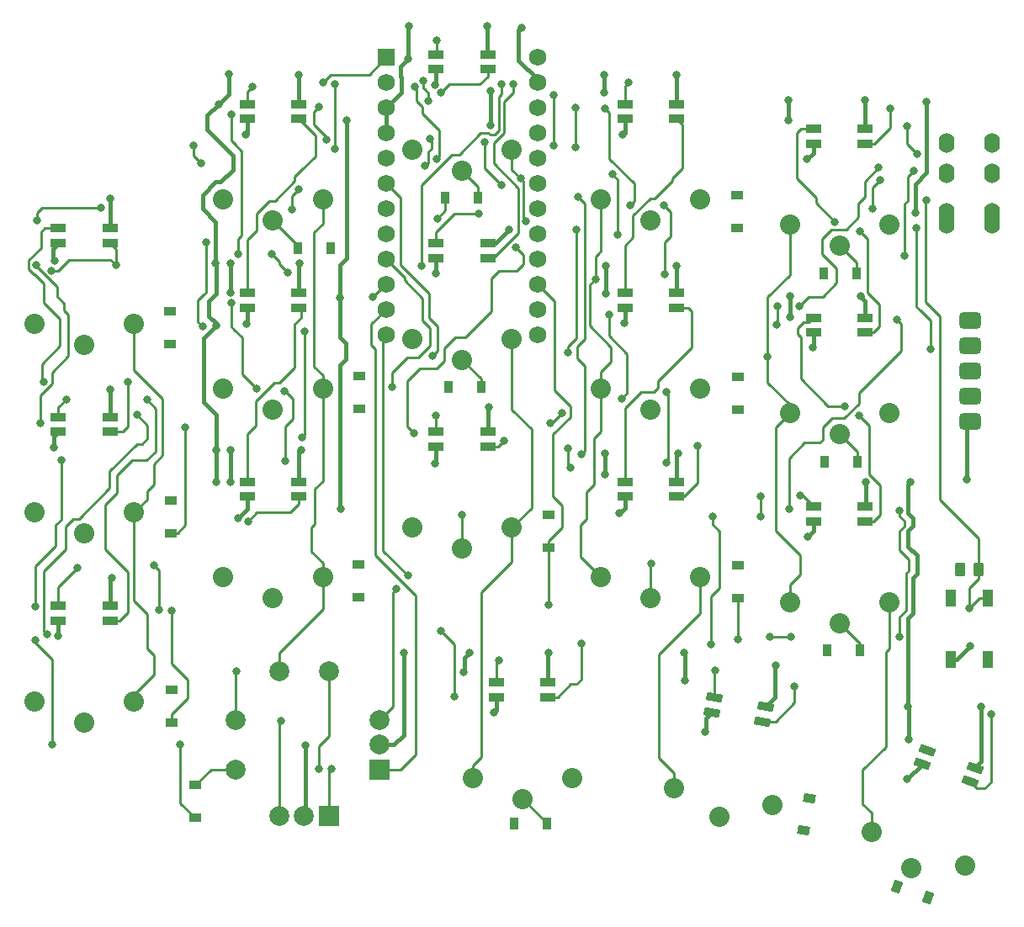
<source format=gbr>
%TF.GenerationSoftware,KiCad,Pcbnew,(6.0.5)*%
%TF.CreationDate,2022-11-22T22:37:01-08:00*%
%TF.ProjectId,bgkeeb,62676b65-6562-42e6-9b69-6361645f7063,rev?*%
%TF.SameCoordinates,Original*%
%TF.FileFunction,Copper,L1,Top*%
%TF.FilePolarity,Positive*%
%FSLAX46Y46*%
G04 Gerber Fmt 4.6, Leading zero omitted, Abs format (unit mm)*
G04 Created by KiCad (PCBNEW (6.0.5)) date 2022-11-22 22:37:01*
%MOMM*%
%LPD*%
G01*
G04 APERTURE LIST*
G04 Aperture macros list*
%AMRoundRect*
0 Rectangle with rounded corners*
0 $1 Rounding radius*
0 $2 $3 $4 $5 $6 $7 $8 $9 X,Y pos of 4 corners*
0 Add a 4 corners polygon primitive as box body*
4,1,4,$2,$3,$4,$5,$6,$7,$8,$9,$2,$3,0*
0 Add four circle primitives for the rounded corners*
1,1,$1+$1,$2,$3*
1,1,$1+$1,$4,$5*
1,1,$1+$1,$6,$7*
1,1,$1+$1,$8,$9*
0 Add four rect primitives between the rounded corners*
20,1,$1+$1,$2,$3,$4,$5,0*
20,1,$1+$1,$4,$5,$6,$7,0*
20,1,$1+$1,$6,$7,$8,$9,0*
20,1,$1+$1,$8,$9,$2,$3,0*%
%AMRotRect*
0 Rectangle, with rotation*
0 The origin of the aperture is its center*
0 $1 length*
0 $2 width*
0 $3 Rotation angle, in degrees counterclockwise*
0 Add horizontal line*
21,1,$1,$2,0,0,$3*%
G04 Aperture macros list end*
%TA.AperFunction,SMDPad,CuDef*%
%ADD10RoundRect,0.250000X-0.262500X-0.450000X0.262500X-0.450000X0.262500X0.450000X-0.262500X0.450000X0*%
%TD*%
%TA.AperFunction,ComponentPad*%
%ADD11C,2.032000*%
%TD*%
%TA.AperFunction,SMDPad,CuDef*%
%ADD12R,1.100000X1.800000*%
%TD*%
%TA.AperFunction,ComponentPad*%
%ADD13R,1.752600X1.752600*%
%TD*%
%TA.AperFunction,ComponentPad*%
%ADD14C,1.752600*%
%TD*%
%TA.AperFunction,ComponentPad*%
%ADD15R,2.000000X2.000000*%
%TD*%
%TA.AperFunction,ComponentPad*%
%ADD16C,2.000000*%
%TD*%
%TA.AperFunction,ComponentPad*%
%ADD17O,1.600000X2.000000*%
%TD*%
%TA.AperFunction,SMDPad,CuDef*%
%ADD18R,1.200000X0.900000*%
%TD*%
%TA.AperFunction,SMDPad,CuDef*%
%ADD19R,0.900000X1.200000*%
%TD*%
%TA.AperFunction,SMDPad,CuDef*%
%ADD20RotRect,0.900000X1.200000X80.000000*%
%TD*%
%TA.AperFunction,SMDPad,CuDef*%
%ADD21RotRect,0.900000X1.200000X340.000000*%
%TD*%
%TA.AperFunction,ComponentPad*%
%ADD22RoundRect,0.425000X0.675000X0.425000X-0.675000X0.425000X-0.675000X-0.425000X0.675000X-0.425000X0*%
%TD*%
%TA.AperFunction,ComponentPad*%
%ADD23RoundRect,0.425000X0.675000X-0.425000X0.675000X0.425000X-0.675000X0.425000X-0.675000X-0.425000X0*%
%TD*%
%TA.AperFunction,SMDPad,CuDef*%
%ADD24RoundRect,0.082000X0.718000X-0.328000X0.718000X0.328000X-0.718000X0.328000X-0.718000X-0.328000X0*%
%TD*%
%TA.AperFunction,SMDPad,CuDef*%
%ADD25RoundRect,0.082000X0.650135X-0.447696X0.764049X0.198338X-0.650135X0.447696X-0.764049X-0.198338X0*%
%TD*%
%TA.AperFunction,SMDPad,CuDef*%
%ADD26RoundRect,0.082000X0.562517X-0.553790X0.786882X0.062649X-0.562517X0.553790X-0.786882X-0.062649X0*%
%TD*%
%TA.AperFunction,ViaPad*%
%ADD27C,0.800000*%
%TD*%
%TA.AperFunction,Conductor*%
%ADD28C,0.381000*%
%TD*%
%TA.AperFunction,Conductor*%
%ADD29C,0.254000*%
%TD*%
G04 APERTURE END LIST*
D10*
%TO.P,R4,1*%
%TO.N,+5V*%
X149131093Y-86540404D03*
%TO.P,R4,2*%
%TO.N,RESET*%
X150956093Y-86540404D03*
%TD*%
D11*
%TO.P,SW2,1,1*%
%TO.N,Net-(D10-Pad2)*%
X79997588Y-51426488D03*
%TO.P,SW2,2,2*%
%TO.N,col1*%
X84997588Y-49326488D03*
X74997588Y-49326488D03*
%TD*%
%TO.P,SW3,1,1*%
%TO.N,Net-(D18-Pad2)*%
X98997587Y-46426488D03*
%TO.P,SW3,2,2*%
%TO.N,col2*%
X93997587Y-44326488D03*
X103997587Y-44326488D03*
%TD*%
%TO.P,SW4,1,1*%
%TO.N,Net-(D27-Pad2)*%
X117997586Y-51426488D03*
%TO.P,SW4,2,2*%
%TO.N,col3*%
X112997586Y-49326488D03*
X122997586Y-49326488D03*
%TD*%
%TO.P,SW5,1,1*%
%TO.N,Net-(D31-Pad2)*%
X136997585Y-53926489D03*
%TO.P,SW5,2,2*%
%TO.N,col4*%
X131997585Y-51826489D03*
X141997585Y-51826489D03*
%TD*%
%TO.P,SW11,1,1*%
%TO.N,Net-(D11-Pad2)*%
X60997589Y-82926486D03*
%TO.P,SW11,2,2*%
%TO.N,col0*%
X65997589Y-80826486D03*
X55997589Y-80826486D03*
%TD*%
%TO.P,SW12,1,1*%
%TO.N,Net-(D12-Pad2)*%
X79997588Y-70426487D03*
%TO.P,SW12,2,2*%
%TO.N,col1*%
X84997588Y-68326487D03*
X74997588Y-68326487D03*
%TD*%
%TO.P,SW13,1,1*%
%TO.N,Net-(D13-Pad2)*%
X98997587Y-65426487D03*
%TO.P,SW13,2,2*%
%TO.N,col2*%
X103997587Y-63326487D03*
X93997587Y-63326487D03*
%TD*%
%TO.P,SW14,1,1*%
%TO.N,Net-(D14-Pad2)*%
X117997586Y-70426487D03*
%TO.P,SW14,2,2*%
%TO.N,col3*%
X122997586Y-68326487D03*
X112997586Y-68326487D03*
%TD*%
%TO.P,SW15,1,1*%
%TO.N,Net-(D15-Pad2)*%
X136997585Y-72926488D03*
%TO.P,SW15,2,2*%
%TO.N,col4*%
X141997585Y-70826488D03*
X131997585Y-70826488D03*
%TD*%
%TO.P,SW21,1,1*%
%TO.N,Net-(D21-Pad2)*%
X60997588Y-101926485D03*
%TO.P,SW21,2,2*%
%TO.N,col0*%
X55997588Y-99826485D03*
X65997588Y-99826485D03*
%TD*%
%TO.P,SW22,1,1*%
%TO.N,Net-(D17-Pad2)*%
X79997587Y-89426486D03*
%TO.P,SW22,2,2*%
%TO.N,col1*%
X74997587Y-87326486D03*
X84997587Y-87326486D03*
%TD*%
%TO.P,SW23,1,1*%
%TO.N,Net-(D20-Pad2)*%
X98997586Y-84426487D03*
%TO.P,SW23,2,2*%
%TO.N,col2*%
X93997586Y-82326487D03*
X103997586Y-82326487D03*
%TD*%
%TO.P,SW24,1,1*%
%TO.N,Net-(D24-Pad2)*%
X117997586Y-89426487D03*
%TO.P,SW24,2,2*%
%TO.N,col3*%
X122997586Y-87326487D03*
X112997586Y-87326487D03*
%TD*%
%TO.P,SW25,1,1*%
%TO.N,Net-(D25-Pad2)*%
X136997585Y-91926487D03*
%TO.P,SW25,2,2*%
%TO.N,col4*%
X131997585Y-89826487D03*
X141997585Y-89826487D03*
%TD*%
%TO.P,SW34,1,1*%
%TO.N,Net-(D30-Pad2)*%
X124939150Y-111451122D03*
%TO.P,SW34,2,2*%
%TO.N,col3*%
X130227850Y-110251266D03*
X120379772Y-108514785D03*
%TD*%
%TO.P,SW35,1,1*%
%TO.N,Net-(D35-Pad2)*%
X144230196Y-116620142D03*
%TO.P,SW35,2,2*%
%TO.N,col4*%
X149646902Y-116356889D03*
X140249975Y-112936687D03*
%TD*%
D12*
%TO.P,SW41,1,1*%
%TO.N,GND*%
X148193593Y-95609404D03*
%TO.P,SW41,2,2*%
%TO.N,RESET*%
X151893593Y-89409404D03*
%TO.P,SW41,3*%
%TO.N,N/C*%
X151893593Y-95609404D03*
%TO.P,SW41,4*%
X148193593Y-89409404D03*
%TD*%
D11*
%TO.P,SW1,1,1*%
%TO.N,Net-(D1-Pad2)*%
X60997589Y-63926487D03*
%TO.P,SW1,2,2*%
%TO.N,col0*%
X65997589Y-61826487D03*
X55997589Y-61826487D03*
%TD*%
D13*
%TO.P,U1,1,TX0/PD3*%
%TO.N,led*%
X91369593Y-34978404D03*
D14*
%TO.P,U1,2,RX1/PD2*%
%TO.N,data*%
X91369593Y-37518404D03*
%TO.P,U1,3,GND*%
%TO.N,GND*%
X91369593Y-40058404D03*
%TO.P,U1,4,GND*%
X91369593Y-42598404D03*
%TO.P,U1,5,2/PD1*%
%TO.N,sda*%
X91369593Y-45138404D03*
%TO.P,U1,6,3/PD0*%
%TO.N,scl*%
X91369593Y-47678404D03*
%TO.P,U1,7,4/PD4*%
%TO.N,col1*%
X91369593Y-50218404D03*
%TO.P,U1,8,5/PC6*%
%TO.N,unconnected-(U1-Pad8)*%
X91369593Y-52758404D03*
%TO.P,U1,9,6/PD7*%
%TO.N,row1*%
X91369593Y-55298404D03*
%TO.P,U1,10,7/PE6*%
%TO.N,row3*%
X91369593Y-57838404D03*
%TO.P,U1,11,8/PB4*%
%TO.N,ENC1A*%
X91369593Y-60378404D03*
%TO.P,U1,12,9/PB5*%
%TO.N,ENC1B*%
X91369593Y-62918404D03*
%TO.P,U1,13,10/PB6*%
%TO.N,unconnected-(U1-Pad13)*%
X106609593Y-62918404D03*
%TO.P,U1,14,16/PB2*%
%TO.N,col4*%
X106609593Y-60378404D03*
%TO.P,U1,15,14/PB3*%
%TO.N,row2*%
X106609593Y-57838404D03*
%TO.P,U1,16,15/PB1*%
%TO.N,col3*%
X106609593Y-55298404D03*
%TO.P,U1,17,A0/PF7*%
%TO.N,unconnected-(U1-Pad17)*%
X106609593Y-52758404D03*
%TO.P,U1,18,A1/PF6*%
%TO.N,row0*%
X106609593Y-50218404D03*
%TO.P,U1,19,A2/PF5*%
%TO.N,col2*%
X106609593Y-47678404D03*
%TO.P,U1,20,A3/PF4*%
%TO.N,col0*%
X106609593Y-45138404D03*
%TO.P,U1,21,VCC*%
%TO.N,+5V*%
X106609593Y-42598404D03*
%TO.P,U1,22,RST*%
%TO.N,RESET*%
X106609593Y-40058404D03*
%TO.P,U1,23,GND*%
%TO.N,GND*%
X106609593Y-37518404D03*
%TO.P,U1,24,RAW*%
%TO.N,unconnected-(U1-Pad24)*%
X106609593Y-34978404D03*
%TD*%
D15*
%TO.P,SW42,A,A*%
%TO.N,ENC1A*%
X90741593Y-106693404D03*
D16*
%TO.P,SW42,B,B*%
%TO.N,ENC1B*%
X90741593Y-101693404D03*
%TO.P,SW42,C,C*%
%TO.N,GND*%
X90741593Y-104193404D03*
%TO.P,SW42,S1,S1*%
%TO.N,col1*%
X76241593Y-101693404D03*
%TO.P,SW42,S2,S2*%
%TO.N,Net-(D37-Pad2)*%
X76241593Y-106693404D03*
%TD*%
D11*
%TO.P,SW6,1,1*%
%TO.N,Net-(D26-Pad2)*%
X105078593Y-109614404D03*
%TO.P,SW6,2,2*%
%TO.N,col2*%
X110078593Y-107514404D03*
X100078593Y-107514404D03*
%TD*%
D17*
%TO.P,U3,1,SLEEVE*%
%TO.N,GND*%
X147743593Y-51739404D03*
%TO.P,U3,2,TIP*%
X152343593Y-50639404D03*
%TO.P,U3,3,RING1*%
%TO.N,data*%
X152343593Y-46639404D03*
%TO.P,U3,4,RING2*%
%TO.N,+5V*%
X152343593Y-43639404D03*
%TD*%
D18*
%TO.P,D7,1,K*%
%TO.N,row0*%
X69665293Y-63857204D03*
%TO.P,D7,2,A*%
%TO.N,Net-(D1-Pad2)*%
X69665293Y-60557204D03*
%TD*%
%TO.P,D8,1,K*%
%TO.N,row1*%
X69677993Y-82869104D03*
%TO.P,D8,2,A*%
%TO.N,Net-(D11-Pad2)*%
X69677993Y-79569104D03*
%TD*%
%TO.P,D9,1,K*%
%TO.N,row2*%
X69779593Y-101919104D03*
%TO.P,D9,2,A*%
%TO.N,Net-(D21-Pad2)*%
X69779593Y-98619104D03*
%TD*%
D19*
%TO.P,D10,1,K*%
%TO.N,row0*%
X85818693Y-54168104D03*
%TO.P,D10,2,A*%
%TO.N,Net-(D10-Pad2)*%
X82518693Y-54168104D03*
%TD*%
D18*
%TO.P,D16,1,K*%
%TO.N,row1*%
X88677193Y-70359604D03*
%TO.P,D16,2,A*%
%TO.N,Net-(D12-Pad2)*%
X88677193Y-67059604D03*
%TD*%
%TO.P,D17,1,K*%
%TO.N,row2*%
X88613693Y-89371504D03*
%TO.P,D17,2,A*%
%TO.N,Net-(D17-Pad2)*%
X88613693Y-86071504D03*
%TD*%
D19*
%TO.P,D18,1,K*%
%TO.N,row0*%
X97326893Y-49100804D03*
%TO.P,D18,2,A*%
%TO.N,Net-(D18-Pad2)*%
X100626893Y-49100804D03*
%TD*%
%TO.P,D19,1,K*%
%TO.N,row1*%
X97631693Y-68201604D03*
%TO.P,D19,2,A*%
%TO.N,Net-(D13-Pad2)*%
X100931693Y-68201604D03*
%TD*%
D18*
%TO.P,D20,1,K*%
%TO.N,row2*%
X107752593Y-84367704D03*
%TO.P,D20,2,A*%
%TO.N,Net-(D20-Pad2)*%
X107752593Y-81067704D03*
%TD*%
D19*
%TO.P,D26,1,K*%
%TO.N,row3*%
X104222993Y-112118204D03*
%TO.P,D26,2,A*%
%TO.N,Net-(D26-Pad2)*%
X107522993Y-112118204D03*
%TD*%
D18*
%TO.P,D27,1,K*%
%TO.N,row0*%
X126726393Y-52160504D03*
%TO.P,D27,2,A*%
%TO.N,Net-(D27-Pad2)*%
X126726393Y-48860504D03*
%TD*%
%TO.P,D28,1,K*%
%TO.N,row1*%
X126802593Y-70448504D03*
%TO.P,D28,2,A*%
%TO.N,Net-(D14-Pad2)*%
X126802593Y-67148504D03*
%TD*%
%TO.P,D29,1,K*%
%TO.N,row2*%
X126739093Y-89396904D03*
%TO.P,D29,2,A*%
%TO.N,Net-(D24-Pad2)*%
X126739093Y-86096904D03*
%TD*%
D20*
%TO.P,D30,1,K*%
%TO.N,row3*%
X133374074Y-112790637D03*
%TO.P,D30,2,A*%
%TO.N,Net-(D30-Pad2)*%
X133947112Y-109540771D03*
%TD*%
D19*
%TO.P,D31,1,K*%
%TO.N,row0*%
X135452293Y-56733504D03*
%TO.P,D31,2,A*%
%TO.N,Net-(D31-Pad2)*%
X138752293Y-56733504D03*
%TD*%
%TO.P,D32,1,K*%
%TO.N,row1*%
X135477693Y-75694604D03*
%TO.P,D32,2,A*%
%TO.N,Net-(D15-Pad2)*%
X138777693Y-75694604D03*
%TD*%
%TO.P,D33,1,K*%
%TO.N,row2*%
X135757093Y-94693804D03*
%TO.P,D33,2,A*%
%TO.N,Net-(D25-Pad2)*%
X139057093Y-94693804D03*
%TD*%
D21*
%TO.P,D36,1,K*%
%TO.N,row3*%
X142778100Y-118424571D03*
%TO.P,D36,2,A*%
%TO.N,Net-(D35-Pad2)*%
X145879086Y-119553237D03*
%TD*%
D18*
%TO.P,D37,1,K*%
%TO.N,row3*%
X72192593Y-111558404D03*
%TO.P,D37,2,A*%
%TO.N,Net-(D37-Pad2)*%
X72192593Y-108258404D03*
%TD*%
D22*
%TO.P,J1,1,Pin_1*%
%TO.N,+5V*%
X150189593Y-61521404D03*
D23*
%TO.P,J1,2,Pin_2*%
%TO.N,sda*%
X150189593Y-64061404D03*
%TO.P,J1,3,Pin_3*%
%TO.N,scl*%
X150189593Y-66601404D03*
%TO.P,J1,4,Pin_4*%
%TO.N,unconnected-(J1-Pad4)*%
X150189593Y-69141404D03*
%TO.P,J1,5,Pin_5*%
%TO.N,GND*%
X150189593Y-71681404D03*
%TD*%
D17*
%TO.P,U4,1,SLEEVE*%
%TO.N,GND*%
X152343593Y-51739404D03*
%TO.P,U4,2,TIP*%
X147743593Y-50639404D03*
%TO.P,U4,3,RING1*%
%TO.N,data*%
X147743593Y-46639404D03*
%TO.P,U4,4,RING2*%
%TO.N,+5V*%
X147743593Y-43639404D03*
%TD*%
D15*
%TO.P,SW7,A,A*%
%TO.N,ENC1A*%
X85614593Y-111312404D03*
D16*
%TO.P,SW7,B,B*%
%TO.N,ENC1B*%
X80614593Y-111312404D03*
%TO.P,SW7,C,C*%
%TO.N,GND*%
X83114593Y-111312404D03*
%TO.P,SW7,S1,S1*%
%TO.N,col1*%
X80614593Y-96812404D03*
%TO.P,SW7,S2,S2*%
%TO.N,Net-(D37-Pad2)*%
X85614593Y-96812404D03*
%TD*%
D24*
%TO.P,D38,1,VDD*%
%TO.N,+5V*%
X58397589Y-53696488D03*
%TO.P,D38,2,DOUT*%
%TO.N,Net-(D38-Pad2)*%
X58397589Y-52196488D03*
%TO.P,D38,3,VSS*%
%TO.N,GND*%
X63597589Y-52196488D03*
%TO.P,D38,4,DIN*%
%TO.N,led*%
X63597589Y-53696488D03*
%TD*%
%TO.P,D39,1,VDD*%
%TO.N,+5V*%
X115397586Y-79196488D03*
%TO.P,D39,2,DOUT*%
%TO.N,Net-(D39-Pad2)*%
X115397586Y-77696488D03*
%TO.P,D39,3,VSS*%
%TO.N,GND*%
X120597586Y-77696488D03*
%TO.P,D39,4,DIN*%
%TO.N,Net-(D39-Pad4)*%
X120597586Y-79196488D03*
%TD*%
%TO.P,D40,1,VDD*%
%TO.N,+5V*%
X58397589Y-72696487D03*
%TO.P,D40,2,DOUT*%
%TO.N,Net-(D40-Pad2)*%
X58397589Y-71196487D03*
%TO.P,D40,3,VSS*%
%TO.N,GND*%
X63597589Y-71196487D03*
%TO.P,D40,4,DIN*%
%TO.N,Net-(D38-Pad2)*%
X63597589Y-72696487D03*
%TD*%
%TO.P,D44,1,VDD*%
%TO.N,+5V*%
X115397586Y-60196488D03*
%TO.P,D44,2,DOUT*%
%TO.N,Net-(D44-Pad2)*%
X115397586Y-58696488D03*
%TO.P,D44,3,VSS*%
%TO.N,GND*%
X120597586Y-58696488D03*
%TO.P,D44,4,DIN*%
%TO.N,Net-(D39-Pad2)*%
X120597586Y-60196488D03*
%TD*%
%TO.P,D58,1,VDD*%
%TO.N,+5V*%
X58397588Y-91696486D03*
%TO.P,D58,2,DOUT*%
%TO.N,Net-(D58-Pad2)*%
X58397588Y-90196486D03*
%TO.P,D58,3,VSS*%
%TO.N,GND*%
X63597588Y-90196486D03*
%TO.P,D58,4,DIN*%
%TO.N,Net-(D40-Pad2)*%
X63597588Y-91696486D03*
%TD*%
%TO.P,D61,1,VDD*%
%TO.N,+5V*%
X115397586Y-41196489D03*
%TO.P,D61,2,DOUT*%
%TO.N,Net-(D61-Pad2)*%
X115397586Y-39696489D03*
%TO.P,D61,3,VSS*%
%TO.N,GND*%
X120597586Y-39696489D03*
%TO.P,D61,4,DIN*%
%TO.N,Net-(D44-Pad2)*%
X120597586Y-41196489D03*
%TD*%
%TO.P,D62,1,VDD*%
%TO.N,+5V*%
X134397585Y-43696490D03*
%TO.P,D62,2,DOUT*%
%TO.N,Net-(D62-Pad2)*%
X134397585Y-42196490D03*
%TO.P,D62,3,VSS*%
%TO.N,GND*%
X139597585Y-42196490D03*
%TO.P,D62,4,DIN*%
%TO.N,Net-(D61-Pad2)*%
X139597585Y-43696490D03*
%TD*%
%TO.P,D63,1,VDD*%
%TO.N,+5V*%
X77397587Y-79196487D03*
%TO.P,D63,2,DOUT*%
%TO.N,Net-(D63-Pad2)*%
X77397587Y-77696487D03*
%TO.P,D63,3,VSS*%
%TO.N,GND*%
X82597587Y-77696487D03*
%TO.P,D63,4,DIN*%
%TO.N,Net-(D58-Pad2)*%
X82597587Y-79196487D03*
%TD*%
%TO.P,D64,1,VDD*%
%TO.N,+5V*%
X134397585Y-62696489D03*
%TO.P,D64,2,DOUT*%
%TO.N,Net-(D64-Pad2)*%
X134397585Y-61196489D03*
%TO.P,D64,3,VSS*%
%TO.N,GND*%
X139597585Y-61196489D03*
%TO.P,D64,4,DIN*%
%TO.N,Net-(D62-Pad2)*%
X139597585Y-62696489D03*
%TD*%
%TO.P,D65,1,VDD*%
%TO.N,+5V*%
X77397588Y-60196488D03*
%TO.P,D65,2,DOUT*%
%TO.N,Net-(D65-Pad2)*%
X77397588Y-58696488D03*
%TO.P,D65,3,VSS*%
%TO.N,GND*%
X82597588Y-58696488D03*
%TO.P,D65,4,DIN*%
%TO.N,Net-(D63-Pad2)*%
X82597588Y-60196488D03*
%TD*%
%TO.P,D66,1,VDD*%
%TO.N,+5V*%
X134397585Y-81696488D03*
%TO.P,D66,2,DOUT*%
%TO.N,Net-(D66-Pad2)*%
X134397585Y-80196488D03*
%TO.P,D66,3,VSS*%
%TO.N,GND*%
X139597585Y-80196488D03*
%TO.P,D66,4,DIN*%
%TO.N,Net-(D64-Pad2)*%
X139597585Y-81696488D03*
%TD*%
%TO.P,D67,1,VDD*%
%TO.N,+5V*%
X77397588Y-41196489D03*
%TO.P,D67,2,DOUT*%
%TO.N,Net-(D67-Pad2)*%
X77397588Y-39696489D03*
%TO.P,D67,3,VSS*%
%TO.N,GND*%
X82597588Y-39696489D03*
%TO.P,D67,4,DIN*%
%TO.N,Net-(D65-Pad2)*%
X82597588Y-41196489D03*
%TD*%
%TO.P,D68,1,VDD*%
%TO.N,+5V*%
X102478593Y-99384405D03*
%TO.P,D68,2,DOUT*%
%TO.N,Net-(D68-Pad2)*%
X102478593Y-97884405D03*
%TO.P,D68,3,VSS*%
%TO.N,GND*%
X107678593Y-97884405D03*
%TO.P,D68,4,DIN*%
%TO.N,Net-(D66-Pad2)*%
X107678593Y-99384405D03*
%TD*%
%TO.P,D69,1,VDD*%
%TO.N,+5V*%
X96397587Y-36196489D03*
%TO.P,D69,2,DOUT*%
%TO.N,Net-(D69-Pad2)*%
X96397587Y-34696489D03*
%TO.P,D69,3,VSS*%
%TO.N,GND*%
X101597587Y-34696489D03*
%TO.P,D69,4,DIN*%
%TO.N,Net-(D67-Pad2)*%
X101597587Y-36196489D03*
%TD*%
%TO.P,D70,1,VDD*%
%TO.N,+5V*%
X96397587Y-55196488D03*
%TO.P,D70,2,DOUT*%
%TO.N,Net-(D70-Pad2)*%
X96397587Y-53696488D03*
%TO.P,D70,3,VSS*%
%TO.N,GND*%
X101597587Y-53696488D03*
%TO.P,D70,4,DIN*%
%TO.N,Net-(D69-Pad2)*%
X101597587Y-55196488D03*
%TD*%
D25*
%TO.P,D71,1,VDD*%
%TO.N,+5V*%
X124155070Y-100925054D03*
%TO.P,D71,2,DOUT*%
%TO.N,Net-(D71-Pad2)*%
X124415543Y-99447843D03*
%TO.P,D71,3,VSS*%
%TO.N,GND*%
X129536543Y-100350813D03*
%TO.P,D71,4,DIN*%
%TO.N,Net-(D68-Pad2)*%
X129276071Y-101828025D03*
%TD*%
D24*
%TO.P,D72,1,VDD*%
%TO.N,+5V*%
X96397586Y-74196488D03*
%TO.P,D72,2,DOUT*%
%TO.N,Net-(D39-Pad4)*%
X96397586Y-72696488D03*
%TO.P,D72,3,VSS*%
%TO.N,GND*%
X101597586Y-72696488D03*
%TO.P,D72,4,DIN*%
%TO.N,Net-(D70-Pad2)*%
X101597586Y-74196488D03*
%TD*%
D26*
%TO.P,D73,1,VDD*%
%TO.N,+5V*%
X145285861Y-106117836D03*
%TO.P,D73,2,DOUT*%
%TO.N,unconnected-(D73-Pad2)*%
X145798891Y-104708297D03*
%TO.P,D73,3,VSS*%
%TO.N,GND*%
X150685293Y-106486801D03*
%TO.P,D73,4,DIN*%
%TO.N,Net-(D71-Pad2)*%
X150172263Y-107896340D03*
%TD*%
D27*
%TO.N,GND*%
X144620693Y-50675604D03*
X113483393Y-58740104D03*
X63823293Y-87353204D03*
X74224593Y-55717504D03*
X113483393Y-56009604D03*
X139134293Y-59057604D03*
X143909493Y-100358004D03*
X121370093Y-94909704D03*
X144138093Y-77739304D03*
X131831793Y-39296404D03*
X75726293Y-77713904D03*
X120630393Y-56009604D03*
X74272293Y-62016704D03*
X74542093Y-39702804D03*
X150145193Y-94262004D03*
X107752593Y-94909704D03*
X130561793Y-96179704D03*
X83292393Y-104269604D03*
X93706393Y-31828804D03*
X74272293Y-74513504D03*
X99741993Y-94909704D03*
X139642293Y-77739304D03*
X113378693Y-74894504D03*
X82631993Y-55717504D03*
X82619293Y-36731004D03*
X93134893Y-94909704D03*
X63594693Y-68455604D03*
X113277093Y-36743704D03*
X120566893Y-36756404D03*
X139540693Y-39334504D03*
X149814993Y-77523404D03*
X113277093Y-38534404D03*
X145750993Y-39461504D03*
X113402593Y-76948404D03*
X82809793Y-74513504D03*
X120744693Y-74894504D03*
X75726293Y-55717504D03*
X63645476Y-49179894D03*
X132025393Y-59057604D03*
X131831793Y-41341104D03*
X151250093Y-100358004D03*
X103790193Y-52339304D03*
X101707393Y-70233604D03*
X75726293Y-58689304D03*
X75558093Y-36685956D03*
X105009393Y-31981204D03*
X75726293Y-74513504D03*
X93587593Y-35153404D03*
X121468593Y-97744404D03*
X132025393Y-61165804D03*
X99192593Y-96888404D03*
X143972993Y-103685404D03*
X101529593Y-31866904D03*
X74272293Y-77718704D03*
%TO.N,+5V*%
X57955893Y-74272204D03*
X115321793Y-61750004D03*
X101882593Y-38328404D03*
X149131093Y-86540404D03*
X134333693Y-64201104D03*
X123487893Y-102847204D03*
X96322593Y-75859704D03*
X86852087Y-80466110D03*
X86740443Y-59203654D03*
X77259893Y-42788904D03*
X87407193Y-41366504D03*
X96360693Y-56733504D03*
X102202693Y-100929504D03*
X58006693Y-55476204D03*
X133774893Y-83251104D03*
X96322593Y-37772404D03*
X58400393Y-93246004D03*
X133736793Y-45252704D03*
X101912593Y-41818404D03*
X77297993Y-61813504D03*
X115220193Y-42738104D03*
X143833293Y-107635104D03*
X114851893Y-80876204D03*
X76447093Y-81371504D03*
%TO.N,Net-(D1-Pad2)*%
X69665293Y-60557204D03*
%TO.N,row0*%
X97326893Y-49100804D03*
X72912593Y-62068404D03*
X135452293Y-56733504D03*
X85818693Y-54168104D03*
X96522593Y-51198404D03*
X73232593Y-53638404D03*
X126726393Y-52160504D03*
X69665293Y-63870904D03*
%TO.N,Net-(D10-Pad2)*%
X82518693Y-54168104D03*
%TO.N,Net-(D11-Pad2)*%
X69677993Y-79569104D03*
%TO.N,row1*%
X135477693Y-75694604D03*
X71151193Y-72252904D03*
X88677193Y-70359604D03*
X69698193Y-82882804D03*
X126802593Y-70448504D03*
X91988793Y-68201604D03*
X97631693Y-68201604D03*
%TO.N,Net-(D12-Pad2)*%
X88677193Y-67059604D03*
%TO.N,Net-(D13-Pad2)*%
X100931693Y-68201604D03*
%TO.N,Net-(D14-Pad2)*%
X126802593Y-67148504D03*
%TO.N,Net-(D15-Pad2)*%
X138777693Y-75694604D03*
%TO.N,Net-(D17-Pad2)*%
X88613693Y-86071504D03*
%TO.N,Net-(D18-Pad2)*%
X100626893Y-49100804D03*
%TO.N,Net-(D20-Pad2)*%
X99032593Y-80998404D03*
X107752593Y-81067704D03*
%TO.N,Net-(D21-Pad2)*%
X69779593Y-98619104D03*
%TO.N,row2*%
X135757093Y-94693804D03*
X107752593Y-84367704D03*
X69772593Y-90708404D03*
X69779593Y-101919104D03*
X126739093Y-89396904D03*
X88613693Y-89371504D03*
X126762593Y-93538404D03*
X107692593Y-90118404D03*
%TO.N,Net-(D24-Pad2)*%
X126739093Y-86096904D03*
X118042593Y-85968404D03*
%TO.N,Net-(D25-Pad2)*%
X139057093Y-94693804D03*
%TO.N,Net-(D26-Pad2)*%
X107522993Y-112118204D03*
%TO.N,Net-(D27-Pad2)*%
X126726393Y-48860504D03*
%TO.N,Net-(D30-Pad2)*%
X133947112Y-109540771D03*
%TO.N,Net-(D31-Pad2)*%
X138752293Y-56733504D03*
%TO.N,row3*%
X104222993Y-112118204D03*
X90072593Y-59078404D03*
X82912593Y-73228404D03*
X58702593Y-75548404D03*
X57742593Y-104138404D03*
X72192593Y-111558404D03*
X133381193Y-112791304D03*
X142778100Y-118424571D03*
X56102593Y-93628404D03*
X70672593Y-104118404D03*
X56102593Y-90258404D03*
X83172593Y-62568404D03*
%TO.N,Net-(D35-Pad2)*%
X145879086Y-119553237D03*
%TO.N,Net-(D37-Pad2)*%
X72192593Y-108258404D03*
X84638593Y-106606404D03*
%TO.N,Net-(D38-Pad2)*%
X65410793Y-67665104D03*
X56914493Y-67655504D03*
%TO.N,Net-(D40-Pad2)*%
X59175093Y-69408104D03*
X67303093Y-69471604D03*
%TO.N,led*%
X85044993Y-37521504D03*
X57662593Y-56498404D03*
X71976693Y-43906504D03*
X72725993Y-45633704D03*
X64178893Y-55908004D03*
%TO.N,Net-(D41-Pad2)*%
X56241393Y-51399504D03*
X62680293Y-50154904D03*
X56152593Y-55888404D03*
X56622593Y-71828404D03*
%TO.N,Net-(D42-Pad2)*%
X66299793Y-70970204D03*
X57244693Y-93080904D03*
%TO.N,Net-(D45-Pad2)*%
X75782593Y-59738404D03*
X78352593Y-68368404D03*
X81252593Y-75608404D03*
X81142593Y-68588404D03*
%TO.N,Net-(D46-Pad2)*%
X75792593Y-40718404D03*
X79882593Y-54788404D03*
X76452593Y-54758404D03*
X81450893Y-56619204D03*
%TO.N,Net-(D47-Pad2)*%
X84638593Y-39956804D03*
X85375193Y-43296904D03*
X95152593Y-37328404D03*
X95636793Y-39410704D03*
%TO.N,Net-(D48-Pad2)*%
X102952895Y-37717149D03*
X94950993Y-55943004D03*
%TO.N,Net-(D49-Pad2)*%
X94142593Y-72788404D03*
X104392593Y-54128404D03*
%TO.N,Net-(D50-Pad2)*%
X109924293Y-76291504D03*
X109657593Y-74348404D03*
%TO.N,Net-(D51-Pad2)*%
X119601693Y-75796204D03*
X119562593Y-68668404D03*
X113792593Y-60908404D03*
X115092593Y-69328404D03*
%TO.N,Net-(D52-Pad2)*%
X113392593Y-40158404D03*
X119352593Y-49898404D03*
X115972593Y-49888404D03*
X119436593Y-56800104D03*
%TO.N,Net-(D54-Pad2)*%
X143802593Y-41948404D03*
X130712593Y-61918404D03*
X132972593Y-60018404D03*
X140932593Y-46088404D03*
X130782593Y-60018404D03*
X144782593Y-44718404D03*
%TO.N,Net-(D55-Pad2)*%
X142792593Y-61358404D03*
X131920693Y-80446504D03*
%TO.N,Net-(D56-Pad2)*%
X129990293Y-93334904D03*
X96881393Y-92725304D03*
X132129960Y-93278037D03*
X143071293Y-80584104D03*
X143045893Y-93284104D03*
X98278393Y-99367404D03*
%TO.N,Net-(D58-Pad2)*%
X67988893Y-86108604D03*
X77501193Y-81676304D03*
X60330793Y-86413404D03*
X68509593Y-90604404D03*
%TO.N,Net-(D61-Pad2)*%
X142080693Y-40134604D03*
X115766293Y-37534204D03*
%TO.N,Net-(D62-Pad2)*%
X139082593Y-52538404D03*
X136531076Y-51552187D03*
%TO.N,Net-(D64-Pad2)*%
X138982593Y-71048404D03*
X137542593Y-70088404D03*
%TO.N,Net-(D66-Pad2)*%
X129063193Y-81231804D03*
X124224493Y-81231804D03*
X124033993Y-94084204D03*
X129052593Y-79158404D03*
X133082593Y-79068404D03*
X111041893Y-94033404D03*
%TO.N,Net-(D67-Pad2)*%
X86213393Y-44185904D03*
X86213393Y-37683504D03*
X77932993Y-37930466D03*
X96933102Y-38564415D03*
%TO.N,Net-(D68-Pad2)*%
X132492193Y-98313304D03*
X102748793Y-95700204D03*
%TO.N,Net-(D69-Pad2)*%
X104142593Y-37688404D03*
X96482593Y-33318404D03*
%TO.N,Net-(D70-Pad2)*%
X100665993Y-50713704D03*
X103232593Y-73608404D03*
X111054425Y-74958172D03*
X110679292Y-49015103D03*
%TO.N,Net-(D71-Pad2)*%
X124525592Y-96729506D03*
X152266093Y-101120004D03*
%TO.N,RESET*%
X150068993Y-90439304D03*
X110412593Y-40078404D03*
X145702593Y-49408404D03*
X150956093Y-86540404D03*
X110470393Y-44058904D03*
%TO.N,col0*%
X102962593Y-47838404D03*
X81912593Y-50278404D03*
X101322593Y-43498404D03*
X82592593Y-48308404D03*
%TO.N,col1*%
X76352593Y-96798404D03*
%TO.N,col2*%
X109662593Y-64688404D03*
X105462593Y-51478404D03*
X104912593Y-47198404D03*
X110522593Y-52378404D03*
%TO.N,col3*%
X112442593Y-57298404D03*
%TO.N,col4*%
X129782593Y-65148404D03*
%TO.N,sda*%
X95792593Y-43228404D03*
X108272593Y-38798404D03*
X108272593Y-43828404D03*
X144752593Y-52138404D03*
X95312593Y-45928404D03*
X146162593Y-64348404D03*
X140362593Y-50208404D03*
X141092593Y-47378404D03*
%TO.N,scl*%
X96042593Y-65028404D03*
%TO.N,ENC1B*%
X80828593Y-101780404D03*
X93579393Y-87162704D03*
X92410993Y-88496204D03*
%TO.N,ENC1A*%
X85908593Y-106606404D03*
%TO.N,data*%
X94302593Y-37948404D03*
X96462593Y-45188404D03*
X143515793Y-54993604D03*
X114692593Y-52868404D03*
X114132593Y-46768404D03*
X144493693Y-46433804D03*
%TO.N,Net-(D39-Pad4)*%
X122738593Y-74104004D03*
X109105311Y-70773186D03*
X96424193Y-71024104D03*
X107930393Y-71846504D03*
%TD*%
D28*
%TO.N,GND*%
X148773593Y-95633604D02*
X148749393Y-95609404D01*
X151288193Y-100396104D02*
X151250093Y-100358004D01*
X143909493Y-100358004D02*
X143909493Y-91421504D01*
X99222593Y-96858404D02*
X99222593Y-95429104D01*
X139642293Y-80151780D02*
X139597585Y-80196488D01*
X113483393Y-58740104D02*
X113483393Y-56009604D01*
X143972993Y-103685404D02*
X143972993Y-100421504D01*
X90741593Y-104193404D02*
X92169693Y-104193404D01*
X144802593Y-85134604D02*
X143909493Y-84241504D01*
X144387593Y-90943404D02*
X144387593Y-87393404D01*
X75942593Y-44858404D02*
X73382593Y-42298404D01*
X63597589Y-71196487D02*
X63597589Y-68458500D01*
X121468593Y-97744404D02*
X121468593Y-95008204D01*
X145750993Y-46370304D02*
X145750993Y-46611604D01*
X101597587Y-53696488D02*
X102433009Y-53696488D01*
X149814993Y-77523404D02*
X149814993Y-72056004D01*
X74224593Y-55717504D02*
X74224593Y-51560404D01*
X120566893Y-36756404D02*
X120566893Y-39665796D01*
X120597586Y-58696488D02*
X120597586Y-56042411D01*
X82597587Y-77696487D02*
X82597587Y-74725710D01*
X107678593Y-97884405D02*
X107678593Y-94983704D01*
X72992593Y-69668404D02*
X72992593Y-63296404D01*
X144620693Y-47741904D02*
X144620693Y-50675604D01*
X63597588Y-87578909D02*
X63823293Y-87353204D01*
X120597586Y-75041611D02*
X120744693Y-74894504D01*
X74272293Y-77718704D02*
X74272293Y-74513504D01*
X92802593Y-36918404D02*
X92802593Y-35938404D01*
X113402593Y-74918404D02*
X113378693Y-74894504D01*
X143972993Y-100421504D02*
X143909493Y-100358004D01*
X143909493Y-80885304D02*
X143909493Y-77967904D01*
X75726293Y-58689304D02*
X75726293Y-55717504D01*
X101529593Y-34628495D02*
X101597587Y-34696489D01*
X113402593Y-76948404D02*
X113402593Y-74918404D01*
X144422593Y-82168404D02*
X144422593Y-81398404D01*
X74272293Y-70948104D02*
X72992593Y-69668404D01*
X91369593Y-40058404D02*
X92932593Y-38495404D01*
X120597586Y-77696488D02*
X120597586Y-75041611D01*
X113277093Y-36743704D02*
X113277093Y-38534404D01*
X106609593Y-37175404D02*
X104722593Y-35288404D01*
X139134293Y-59057604D02*
X139597585Y-59520896D01*
X107678593Y-94983704D02*
X107752593Y-94909704D01*
X145750993Y-39461504D02*
X145750993Y-46370304D01*
X82619293Y-36731004D02*
X82619293Y-39674784D01*
X139540693Y-42139598D02*
X139597585Y-42196490D01*
X130498293Y-96243204D02*
X130561793Y-96179704D01*
X83241593Y-111693404D02*
X83241593Y-104320404D01*
X120566893Y-39665796D02*
X120597586Y-39696489D01*
X93587593Y-31947604D02*
X93706393Y-31828804D01*
X73552593Y-59508404D02*
X74272293Y-58788704D01*
X129536543Y-100350813D02*
X130498293Y-99389063D01*
X144387593Y-87393404D02*
X144802593Y-86978404D01*
X63597588Y-90196486D02*
X63597588Y-87578909D01*
X106609593Y-37518404D02*
X106609593Y-37175404D01*
X93134893Y-103228204D02*
X93134893Y-94909704D01*
X131831793Y-39296404D02*
X131831793Y-41341104D01*
X149814993Y-72056004D02*
X150189593Y-71681404D01*
X101597586Y-72696488D02*
X101597586Y-70343411D01*
X63597589Y-52196488D02*
X63597589Y-49227781D01*
X74272293Y-61738104D02*
X73552593Y-61018404D01*
X63597589Y-68458500D02*
X63594693Y-68455604D01*
X75558093Y-38686804D02*
X74542093Y-39702804D01*
X82597588Y-55751909D02*
X82631993Y-55717504D01*
X72992593Y-63296404D02*
X74272293Y-62016704D01*
X143909493Y-77967904D02*
X144138093Y-77739304D01*
X150685293Y-106486801D02*
X151288193Y-105883901D01*
X74272293Y-74513504D02*
X74272293Y-70948104D01*
X82597587Y-74725710D02*
X82809793Y-74513504D01*
X120597586Y-56042411D02*
X120630393Y-56009604D01*
X143909493Y-84241504D02*
X143909493Y-82681504D01*
X72902593Y-50238404D02*
X72902593Y-48852404D01*
X74224593Y-47530404D02*
X74720593Y-47530404D01*
X92802593Y-35938404D02*
X93587593Y-35153404D01*
X121468593Y-95008204D02*
X121370093Y-94909704D01*
X130498293Y-99389063D02*
X130498293Y-96243204D01*
X144422593Y-81398404D02*
X143909493Y-80885304D01*
X73552593Y-61018404D02*
X73552593Y-59508404D01*
X104722593Y-32268004D02*
X105009393Y-31981204D01*
X63597589Y-49227781D02*
X63645476Y-49179894D01*
X73382593Y-40862304D02*
X74542093Y-39702804D01*
X73382593Y-42298404D02*
X73382593Y-40862304D01*
X145750993Y-46611604D02*
X144620693Y-47741904D01*
X99222593Y-95429104D02*
X99741993Y-94909704D01*
X99192593Y-96888404D02*
X99222593Y-96858404D01*
X74224593Y-51560404D02*
X72902593Y-50238404D01*
X82619293Y-39674784D02*
X82597588Y-39696489D01*
X148749393Y-95609404D02*
X148193593Y-95609404D01*
X82597588Y-58696488D02*
X82597588Y-55751909D01*
X74272293Y-58788704D02*
X74272293Y-55765204D01*
X104722593Y-35288404D02*
X104722593Y-32268004D01*
X144802593Y-86978404D02*
X144802593Y-85134604D01*
X74272293Y-55765204D02*
X74224593Y-55717504D01*
X139642293Y-77739304D02*
X139642293Y-80151780D01*
X132025393Y-61165804D02*
X132025393Y-59057604D01*
X92932593Y-37048404D02*
X92802593Y-36918404D01*
X101597586Y-70343411D02*
X101707393Y-70233604D01*
X91369593Y-40058404D02*
X91369593Y-42598404D01*
X101529593Y-31866904D02*
X101529593Y-34628495D01*
X93587593Y-35153404D02*
X93587593Y-31947604D01*
X143909493Y-82681504D02*
X144422593Y-82168404D01*
X72902593Y-48852404D02*
X74224593Y-47530404D01*
X75942593Y-46308404D02*
X75942593Y-44858404D01*
X92169693Y-104193404D02*
X93134893Y-103228204D01*
X139540693Y-39334504D02*
X139540693Y-42139598D01*
X74720593Y-47530404D02*
X75942593Y-46308404D01*
X150145193Y-94262004D02*
X148773593Y-95633604D01*
X139597585Y-59520896D02*
X139597585Y-61196489D01*
X83241593Y-104320404D02*
X83292393Y-104269604D01*
X75558093Y-36685956D02*
X75558093Y-38686804D01*
X102433009Y-53696488D02*
X103790193Y-52339304D01*
X74272293Y-62016704D02*
X74272293Y-61738104D01*
X143909493Y-91421504D02*
X144387593Y-90943404D01*
X92932593Y-38495404D02*
X92932593Y-37048404D01*
X75726293Y-77713904D02*
X75726293Y-74513504D01*
X151288193Y-105883901D02*
X151288193Y-100396104D01*
%TO.N,+5V*%
X115397586Y-79196488D02*
X115397586Y-80330511D01*
X58397589Y-72696487D02*
X57930493Y-73163583D01*
X86740443Y-65970554D02*
X87342593Y-65368404D01*
X134397585Y-81696488D02*
X134397585Y-82628412D01*
X57930493Y-73163583D02*
X57930493Y-74246804D01*
X145285861Y-106182536D02*
X143833293Y-107635104D01*
X77397587Y-79196487D02*
X77397587Y-80421010D01*
X134397585Y-64137212D02*
X134333693Y-64201104D01*
X115397586Y-60196488D02*
X115397586Y-61674211D01*
X134397585Y-44591912D02*
X133736793Y-45252704D01*
X145285861Y-106117836D02*
X145285861Y-106182536D01*
X96397586Y-74196488D02*
X96397586Y-75784711D01*
X123564093Y-102771004D02*
X123487893Y-102847204D01*
X58397588Y-93243199D02*
X58400393Y-93246004D01*
X86740443Y-59203654D02*
X86740443Y-55914354D01*
X87342593Y-65368404D02*
X87342593Y-63738404D01*
X96397587Y-56696610D02*
X96360693Y-56733504D01*
X87342593Y-63738404D02*
X86740443Y-63136254D01*
X101912593Y-38358404D02*
X101882593Y-38328404D01*
X58397589Y-53696488D02*
X57841593Y-54252484D01*
X115397586Y-42560711D02*
X115220193Y-42738104D01*
X134397585Y-82628412D02*
X133774893Y-83251104D01*
X96397587Y-37697410D02*
X96322593Y-37772404D01*
X115397586Y-41196489D02*
X115397586Y-42560711D01*
X86740443Y-80354466D02*
X86740443Y-65970554D01*
X115397586Y-80330511D02*
X114851893Y-80876204D01*
X86852087Y-80466110D02*
X86740443Y-80354466D01*
X77397588Y-61713909D02*
X77297993Y-61813504D01*
X134397585Y-43696490D02*
X134397585Y-44591912D01*
X124155070Y-100925054D02*
X123564093Y-101516031D01*
X134397585Y-62696489D02*
X134397585Y-64137212D01*
X102478593Y-99384405D02*
X102478593Y-100653604D01*
X96397587Y-55196488D02*
X96397587Y-56696610D01*
X102478593Y-100653604D02*
X102202693Y-100929504D01*
X58397588Y-91696486D02*
X58397588Y-93243199D01*
X87407193Y-55247604D02*
X87407193Y-41366504D01*
X123564093Y-101516031D02*
X123564093Y-102771004D01*
X96397587Y-36196489D02*
X96397587Y-37697410D01*
X77397588Y-41196489D02*
X77397588Y-42651209D01*
X86740443Y-55914354D02*
X87407193Y-55247604D01*
X57930493Y-74246804D02*
X57955893Y-74272204D01*
X57841593Y-55311104D02*
X58006693Y-55476204D01*
X77397587Y-80421010D02*
X76447093Y-81371504D01*
X96397586Y-75784711D02*
X96322593Y-75859704D01*
X101912593Y-41818404D02*
X101912593Y-38358404D01*
X77397588Y-42651209D02*
X77259893Y-42788904D01*
X77397588Y-60196488D02*
X77397588Y-61713909D01*
X57841593Y-54252484D02*
X57841593Y-55311104D01*
X86740443Y-63136254D02*
X86740443Y-59203654D01*
X115397586Y-61674211D02*
X115321793Y-61750004D01*
D29*
%TO.N,row0*%
X72462593Y-61618404D02*
X72912593Y-62068404D01*
X96522593Y-51198404D02*
X97332593Y-50388404D01*
X73232593Y-53638404D02*
X73232593Y-58648404D01*
X97332593Y-49106504D02*
X97326893Y-49100804D01*
X97332593Y-50388404D02*
X97332593Y-49106504D01*
X73232593Y-58648404D02*
X73042593Y-58838404D01*
X72462593Y-59418404D02*
X72462593Y-61618404D01*
X73042593Y-58838404D02*
X72462593Y-59418404D01*
%TO.N,Net-(D10-Pad2)*%
X82518693Y-53947593D02*
X82518693Y-54168104D01*
X79997588Y-51426488D02*
X82518693Y-53947593D01*
%TO.N,row1*%
X69677993Y-82882804D02*
X69698193Y-82882804D01*
X91988793Y-66744204D02*
X93514593Y-65218404D01*
X94612593Y-65218404D02*
X95812593Y-64018404D01*
X95812593Y-62258404D02*
X95052593Y-61498404D01*
X91988793Y-68201604D02*
X91988793Y-66744204D01*
X91369593Y-55298404D02*
X93236493Y-57165304D01*
X93514593Y-65218404D02*
X94612593Y-65218404D01*
X69698193Y-82882804D02*
X70351093Y-82882804D01*
X95052593Y-59240604D02*
X93236493Y-57424504D01*
X70351093Y-82882804D02*
X71151193Y-82082704D01*
X95812593Y-64018404D02*
X95812593Y-62258404D01*
X71151193Y-82082704D02*
X71151193Y-72252904D01*
X95052593Y-61498404D02*
X95052593Y-59240604D01*
X93236493Y-57165304D02*
X93236493Y-57424504D01*
%TO.N,Net-(D13-Pad2)*%
X100931693Y-67360593D02*
X100931693Y-68201604D01*
X98997587Y-65426487D02*
X100931693Y-67360593D01*
%TO.N,Net-(D15-Pad2)*%
X138777693Y-74706596D02*
X138777693Y-75694604D01*
X136997585Y-72926488D02*
X138777693Y-74706596D01*
%TO.N,Net-(D18-Pad2)*%
X100626893Y-48055794D02*
X100626893Y-49100804D01*
X98997587Y-46426488D02*
X100626893Y-48055794D01*
%TO.N,Net-(D20-Pad2)*%
X98997586Y-81033411D02*
X99032593Y-80998404D01*
X98997586Y-84426487D02*
X98997586Y-81033411D01*
%TO.N,row2*%
X69779593Y-101111404D02*
X69779593Y-101919104D01*
X107752593Y-84367704D02*
X107752593Y-90058404D01*
X107752593Y-83688404D02*
X107752593Y-84367704D01*
X107752593Y-90058404D02*
X107692593Y-90118404D01*
X109122593Y-80108404D02*
X109122593Y-82318404D01*
X108312593Y-68508404D02*
X109932593Y-70128404D01*
X108172593Y-79158404D02*
X109122593Y-80108404D01*
X108172593Y-72948404D02*
X108172593Y-79158404D01*
X108312593Y-59541404D02*
X108312593Y-68508404D01*
X69772593Y-90708404D02*
X69772593Y-95988404D01*
X69772593Y-95988404D02*
X71402593Y-97618404D01*
X106609593Y-57838404D02*
X108312593Y-59541404D01*
X126739093Y-93514904D02*
X126739093Y-89396904D01*
X71402593Y-99488404D02*
X69779593Y-101111404D01*
X109932593Y-70128404D02*
X109932593Y-71188404D01*
X71402593Y-97618404D02*
X71402593Y-99488404D01*
X109932593Y-71188404D02*
X108172593Y-72948404D01*
X126762593Y-93538404D02*
X126739093Y-93514904D01*
X109122593Y-82318404D02*
X107752593Y-83688404D01*
%TO.N,Net-(D24-Pad2)*%
X117997586Y-89426487D02*
X117997586Y-86013411D01*
X117997586Y-86013411D02*
X118042593Y-85968404D01*
%TO.N,Net-(D25-Pad2)*%
X139057093Y-93985995D02*
X136997585Y-91926487D01*
X139057093Y-94693804D02*
X139057093Y-93985995D01*
%TO.N,Net-(D26-Pad2)*%
X105078593Y-109614404D02*
X107522993Y-112058804D01*
X107522993Y-112058804D02*
X107522993Y-112118204D01*
%TO.N,Net-(D31-Pad2)*%
X138752293Y-55681197D02*
X138752293Y-56733504D01*
X136997585Y-53926489D02*
X138752293Y-55681197D01*
%TO.N,row3*%
X58702593Y-75548404D02*
X58702593Y-81508404D01*
X58142593Y-82068404D02*
X58142593Y-83168404D01*
X83172593Y-62568404D02*
X83172593Y-72968404D01*
X58142593Y-83168404D02*
X58142593Y-84158404D01*
X58222593Y-81988404D02*
X58142593Y-82068404D01*
X56102593Y-93938404D02*
X57082593Y-94918404D01*
X91369593Y-57838404D02*
X91312593Y-57838404D01*
X58702593Y-81508404D02*
X58222593Y-81988404D01*
X70672593Y-110038404D02*
X72192593Y-111558404D01*
X70672593Y-104118404D02*
X70672593Y-110038404D01*
X56692593Y-85608404D02*
X56102593Y-86198404D01*
X57082593Y-94918404D02*
X57742593Y-95578404D01*
X56102593Y-93628404D02*
X56102593Y-93938404D01*
X83172593Y-72968404D02*
X82912593Y-73228404D01*
X58142593Y-84158404D02*
X56692593Y-85608404D01*
X91312593Y-57838404D02*
X90072593Y-59078404D01*
X57742593Y-95578404D02*
X57742593Y-104138404D01*
X56102593Y-86198404D02*
X56102593Y-90258404D01*
%TO.N,Net-(D37-Pad2)*%
X73757593Y-106693404D02*
X72192593Y-108258404D01*
X85614593Y-103344404D02*
X85614593Y-96812404D01*
X84638593Y-104320404D02*
X85614593Y-103344404D01*
X84638593Y-106606404D02*
X84638593Y-104320404D01*
X76241593Y-106693404D02*
X73757593Y-106693404D01*
%TO.N,Net-(D38-Pad2)*%
X58572593Y-61298404D02*
X56952593Y-59678404D01*
X55416270Y-56282263D02*
X55416270Y-55421426D01*
X58572593Y-64019618D02*
X58572593Y-61298404D01*
X64903710Y-72696487D02*
X63597589Y-72696487D01*
X56736693Y-65855518D02*
X58572593Y-64019618D01*
X56952593Y-57744976D02*
X56006203Y-56798586D01*
X56952593Y-59678404D02*
X56952593Y-57744976D01*
X56736693Y-67477704D02*
X56736693Y-65855518D01*
X55416270Y-55421426D02*
X56652593Y-54185103D01*
X56914493Y-67655504D02*
X56736693Y-67477704D01*
X57030677Y-52196488D02*
X58397589Y-52196488D01*
X56006203Y-56798586D02*
X55932593Y-56798586D01*
X56652593Y-54185103D02*
X56652593Y-52574572D01*
X55932593Y-56798586D02*
X55416270Y-56282263D01*
X56652593Y-52574572D02*
X57030677Y-52196488D01*
X65410793Y-67665104D02*
X65410793Y-72189404D01*
X65410793Y-72189404D02*
X64903710Y-72696487D01*
%TO.N,Net-(D39-Pad2)*%
X115397586Y-77696488D02*
X115397586Y-70293411D01*
X118712693Y-67617404D02*
X122116293Y-64213804D01*
X122116293Y-60568904D02*
X121743877Y-60196488D01*
X115397586Y-70293411D02*
X117032193Y-68658804D01*
X118318993Y-68658804D02*
X118712693Y-68265104D01*
X121743877Y-60196488D02*
X120597586Y-60196488D01*
X118712693Y-68265104D02*
X118712693Y-67617404D01*
X122116293Y-64213804D02*
X122116293Y-60568904D01*
X117032193Y-68658804D02*
X118318993Y-68658804D01*
%TO.N,Net-(D40-Pad2)*%
X63102593Y-80038404D02*
X63102593Y-84548404D01*
X64302593Y-78838404D02*
X63102593Y-80038404D01*
X65822593Y-75568404D02*
X64302593Y-77088404D01*
X64534611Y-91696486D02*
X63597588Y-91696486D01*
X58397589Y-71196487D02*
X58397589Y-70185608D01*
X65385393Y-86831204D02*
X65385393Y-90845704D01*
X64302593Y-77088404D02*
X64302593Y-78838404D01*
X58397589Y-70185608D02*
X59175093Y-69408104D01*
X68162593Y-70331104D02*
X68162593Y-74657304D01*
X68162593Y-74657304D02*
X67251493Y-75568404D01*
X63102593Y-84548404D02*
X65385393Y-86831204D01*
X67303093Y-69471604D02*
X68162593Y-70331104D01*
X67251493Y-75568404D02*
X65822593Y-75568404D01*
X65385393Y-90845704D02*
X64534611Y-91696486D01*
%TO.N,led*%
X71976693Y-44884404D02*
X72725993Y-45633704D01*
X91369593Y-34978404D02*
X91369593Y-35016504D01*
X59479093Y-55361904D02*
X58382593Y-56458404D01*
X91369593Y-35016504D02*
X89655093Y-36731004D01*
X59479893Y-55361904D02*
X63632793Y-55361904D01*
X85835493Y-36731004D02*
X85044993Y-37521504D01*
X58342593Y-56498404D02*
X57662593Y-56498404D01*
X64178893Y-54277792D02*
X63597589Y-53696488D01*
X71976693Y-43906504D02*
X71976693Y-44884404D01*
X64178893Y-55908004D02*
X64178893Y-54277792D01*
X63632793Y-55361904D02*
X64178893Y-55908004D01*
X58382593Y-56458404D02*
X58342593Y-56498404D01*
X89655093Y-36731004D02*
X85835493Y-36731004D01*
X59479893Y-55361904D02*
X59479093Y-55361904D01*
%TO.N,Net-(D41-Pad2)*%
X56622593Y-71828404D02*
X56622593Y-68988804D01*
X57765393Y-67846004D02*
X57765393Y-66703004D01*
X58997293Y-60441904D02*
X58997293Y-59768804D01*
X58997293Y-59768804D02*
X58260693Y-59032204D01*
X62680293Y-50154904D02*
X56749393Y-50154904D01*
X59413193Y-65055204D02*
X59413193Y-60857804D01*
X56622593Y-68988804D02*
X57765393Y-67846004D01*
X56152593Y-56020004D02*
X56152593Y-55888404D01*
X56749393Y-50154904D02*
X56241393Y-50662904D01*
X58260693Y-59032204D02*
X58260693Y-58128104D01*
X57765393Y-66703004D02*
X59413193Y-65055204D01*
X59413193Y-60857804D02*
X58997293Y-60441904D01*
X58260693Y-58128104D02*
X56152593Y-56020004D01*
X56241393Y-50662904D02*
X56241393Y-51399504D01*
%TO.N,Net-(D42-Pad2)*%
X59122593Y-82208404D02*
X59908693Y-81422304D01*
X63569293Y-76672504D02*
X66299793Y-73942004D01*
X60508593Y-81422304D02*
X63569293Y-78361604D01*
X66798993Y-73942004D02*
X67372593Y-73368404D01*
X67372593Y-72038404D02*
X66304393Y-70970204D01*
X56939893Y-86692804D02*
X59122593Y-84510104D01*
X66304393Y-70970204D02*
X66299793Y-70970204D01*
X59908693Y-81422304D02*
X60508593Y-81422304D01*
X67372593Y-73368404D02*
X67372593Y-72038404D01*
X63569293Y-78361604D02*
X63569293Y-76672504D01*
X66299793Y-73942004D02*
X66798993Y-73942004D01*
X56939893Y-92776104D02*
X56939893Y-86692804D01*
X59122593Y-84510104D02*
X59122593Y-82208404D01*
X57244693Y-93080904D02*
X56939893Y-92776104D01*
%TO.N,Net-(D44-Pad2)*%
X117933993Y-49177004D02*
X118420593Y-49177004D01*
X121163793Y-41762696D02*
X120597586Y-41196489D01*
X116202593Y-53122204D02*
X116202593Y-50908404D01*
X115397586Y-53927211D02*
X116202593Y-53122204D01*
X120185893Y-47170404D02*
X121163793Y-46192504D01*
X121163793Y-46192504D02*
X121163793Y-41762696D01*
X116202593Y-50908404D02*
X117933993Y-49177004D01*
X118420593Y-49177004D02*
X120185893Y-47411704D01*
X120185893Y-47411704D02*
X120185893Y-47170404D01*
X115397586Y-58696488D02*
X115397586Y-53927211D01*
%TO.N,Net-(D45-Pad2)*%
X75782593Y-62108404D02*
X75782593Y-59738404D01*
X81252593Y-72168404D02*
X81592593Y-71828404D01*
X81592593Y-71828404D02*
X82022593Y-71398404D01*
X76872593Y-64668404D02*
X76872593Y-63198404D01*
X82022593Y-69348404D02*
X81262593Y-68588404D01*
X82022593Y-71398404D02*
X82022593Y-69348404D01*
X76872593Y-63198404D02*
X76062593Y-62388404D01*
X76872593Y-66888404D02*
X76872593Y-64668404D01*
X81252593Y-75608404D02*
X81252593Y-72168404D01*
X76062593Y-62388404D02*
X75782593Y-62108404D01*
X78352593Y-68368404D02*
X76872593Y-66888404D01*
X81262593Y-68588404D02*
X81142593Y-68588404D01*
%TO.N,Net-(D46-Pad2)*%
X75792593Y-40718404D02*
X75792593Y-43388404D01*
X76212593Y-43808404D02*
X76842593Y-44438404D01*
X80625393Y-55531204D02*
X80625393Y-55793704D01*
X76842593Y-44438404D02*
X76842593Y-45818404D01*
X76452593Y-53338404D02*
X76452593Y-54758404D01*
X76502593Y-53288404D02*
X76452593Y-53338404D01*
X76842593Y-45818404D02*
X76842593Y-52948404D01*
X75792593Y-43388404D02*
X76212593Y-43808404D01*
X76842593Y-52948404D02*
X76502593Y-53288404D01*
X80625393Y-55793704D02*
X81450893Y-56619204D01*
X79882593Y-54788404D02*
X80625393Y-55531204D01*
%TO.N,Net-(D47-Pad2)*%
X95636793Y-39410704D02*
X95636793Y-38582604D01*
X84112593Y-41758404D02*
X84112593Y-40482804D01*
X95292593Y-38238404D02*
X95152593Y-38098404D01*
X85375193Y-43296904D02*
X85375193Y-43021004D01*
X85375193Y-43021004D02*
X84112593Y-41758404D01*
X84112593Y-40482804D02*
X84638593Y-39956804D01*
X95636793Y-38582604D02*
X95292593Y-38238404D01*
X95152593Y-38098404D02*
X95152593Y-37328404D01*
%TO.N,Net-(D48-Pad2)*%
X102702593Y-42318404D02*
X102702593Y-38988404D01*
X102702593Y-38988404D02*
X102952895Y-38738102D01*
X97987593Y-44783404D02*
X98737593Y-44783404D01*
X102952895Y-37717149D02*
X102952895Y-38738102D01*
X101682593Y-42618404D02*
X101792593Y-42728404D01*
X94950993Y-55943004D02*
X94950993Y-47820004D01*
X102292593Y-42728404D02*
X102702593Y-42318404D01*
X98737593Y-44783404D02*
X100902593Y-42618404D01*
X94950993Y-47820004D02*
X97987593Y-44783404D01*
X101792593Y-42728404D02*
X102292593Y-42728404D01*
X100902593Y-42618404D02*
X101682593Y-42618404D01*
%TO.N,Net-(D49-Pad2)*%
X99318193Y-63174004D02*
X101935993Y-60556204D01*
X93465093Y-72110904D02*
X93465093Y-67592004D01*
X93465093Y-67592004D02*
X94747793Y-66309304D01*
X105152593Y-54888404D02*
X104392593Y-54128404D01*
X101935993Y-57275004D02*
X102762593Y-56448404D01*
X105152593Y-55848404D02*
X105152593Y-54888404D01*
X101935993Y-60556204D02*
X101935993Y-57275004D01*
X94142593Y-72788404D02*
X93465093Y-72110904D01*
X94747793Y-66309304D02*
X96461693Y-66309304D01*
X98306993Y-63174004D02*
X99318193Y-63174004D01*
X97192593Y-65578404D02*
X97192593Y-64288404D01*
X96461693Y-66309304D02*
X97192593Y-65578404D01*
X102762593Y-56448404D02*
X104552593Y-56448404D01*
X104552593Y-56448404D02*
X105152593Y-55848404D01*
X97192593Y-64288404D02*
X98306993Y-63174004D01*
%TO.N,Net-(D50-Pad2)*%
X109657593Y-74348404D02*
X109657593Y-76024804D01*
X109657593Y-76024804D02*
X109924293Y-76291504D01*
%TO.N,Net-(D51-Pad2)*%
X119562593Y-68668404D02*
X119742593Y-68848404D01*
X119742593Y-75655304D02*
X119601693Y-75796204D01*
X113792593Y-63002104D02*
X115626593Y-64836104D01*
X115626593Y-65802404D02*
X115626593Y-68794404D01*
X115626593Y-64836104D02*
X115626593Y-65574404D01*
X113792593Y-60908404D02*
X113792593Y-63002104D01*
X119742593Y-68848404D02*
X119742593Y-75655304D01*
X115626593Y-65574404D02*
X115626593Y-65802404D01*
X115626593Y-68794404D02*
X115092593Y-69328404D01*
%TO.N,Net-(D52-Pad2)*%
X119436593Y-56800104D02*
X119436593Y-53574404D01*
X119972593Y-51038404D02*
X119972593Y-50518404D01*
X113842593Y-45195904D02*
X113842593Y-40608404D01*
X119902593Y-53108404D02*
X119972593Y-53038404D01*
X116362593Y-49498404D02*
X116362593Y-47715904D01*
X119972593Y-50518404D02*
X119352593Y-49898404D01*
X119436593Y-53574404D02*
X119902593Y-53108404D01*
X116362593Y-47715904D02*
X113842593Y-45195904D01*
X115972593Y-49888404D02*
X116362593Y-49498404D01*
X113842593Y-40608404D02*
X113392593Y-40158404D01*
X119972593Y-53038404D02*
X119972593Y-51038404D01*
%TO.N,Net-(D54-Pad2)*%
X143802593Y-43738404D02*
X143802593Y-41948404D01*
X139542593Y-47608404D02*
X139542593Y-47478404D01*
X133920693Y-59070304D02*
X132972593Y-60018404D01*
X138905693Y-49697704D02*
X139542593Y-49060804D01*
X138905693Y-51094704D02*
X138905693Y-49697704D01*
X139542593Y-47478404D02*
X140932593Y-46088404D01*
X136686693Y-57682504D02*
X136686693Y-56263904D01*
X130782593Y-61848404D02*
X130712593Y-61918404D01*
X135232593Y-53248404D02*
X136152593Y-52328404D01*
X134320993Y-59070304D02*
X133920693Y-59070304D01*
X136686693Y-56263904D02*
X135232593Y-54809804D01*
X137671993Y-52328404D02*
X138905693Y-51094704D01*
X134320993Y-59070304D02*
X135298893Y-59070304D01*
X139542593Y-49060804D02*
X139542593Y-47608404D01*
X135298893Y-59070304D02*
X136686693Y-57682504D01*
X144782593Y-44718404D02*
X143802593Y-43738404D01*
X135232593Y-54809804D02*
X135232593Y-53248404D01*
X136152593Y-52328404D02*
X137671993Y-52328404D01*
X130782593Y-60018404D02*
X130782593Y-61848404D01*
%TO.N,Net-(D55-Pad2)*%
X138943793Y-69827204D02*
X138943793Y-68798504D01*
X143212593Y-64529704D02*
X143212593Y-62268404D01*
X136227593Y-71323404D02*
X137447593Y-71323404D01*
X135292593Y-73478404D02*
X135292593Y-72258404D01*
X143212593Y-61778404D02*
X143212593Y-62268404D01*
X133470093Y-73789604D02*
X134981393Y-73789604D01*
X137447593Y-71323404D02*
X138943793Y-69827204D01*
X135292593Y-72258404D02*
X136227593Y-71323404D01*
X131920693Y-80446504D02*
X131920693Y-75339004D01*
X142792593Y-61358404D02*
X143212593Y-61778404D01*
X134981393Y-73789604D02*
X135292593Y-73478404D01*
X131920693Y-75339004D02*
X133470093Y-73789604D01*
X138943793Y-68798504D02*
X143212593Y-64529704D01*
%TO.N,Net-(D56-Pad2)*%
X143071293Y-93258704D02*
X143071293Y-91289704D01*
X143702593Y-90658404D02*
X143702593Y-86958404D01*
X143702593Y-86958404D02*
X144002593Y-86658404D01*
X143071293Y-81179704D02*
X143071293Y-80584104D01*
X143071293Y-84629704D02*
X143071293Y-82669704D01*
X143522593Y-81631004D02*
X143071293Y-81179704D01*
X144002593Y-85561004D02*
X143071293Y-84629704D01*
X143071293Y-91289704D02*
X143702593Y-90658404D01*
X98252993Y-99342004D02*
X98278393Y-99367404D01*
X130047160Y-93278037D02*
X129990293Y-93334904D01*
X96881393Y-92725304D02*
X98252993Y-94096904D01*
X143045893Y-93284104D02*
X143071293Y-93258704D01*
X132129960Y-93278037D02*
X130047160Y-93278037D01*
X144002593Y-86658404D02*
X144002593Y-85561004D01*
X98252993Y-94096904D02*
X98252993Y-99342004D01*
X143522593Y-82218404D02*
X143522593Y-81631004D01*
X143071293Y-82669704D02*
X143522593Y-82218404D01*
%TO.N,Net-(D58-Pad2)*%
X68509593Y-86629304D02*
X68509593Y-90604404D01*
X58397588Y-88346609D02*
X60330793Y-86413404D01*
X67988893Y-86108604D02*
X68509593Y-86629304D01*
X78377493Y-80800004D02*
X81717593Y-80800004D01*
X77501193Y-81676304D02*
X78377493Y-80800004D01*
X82597587Y-79920010D02*
X82597587Y-79196487D01*
X58397588Y-90196486D02*
X58397588Y-88346609D01*
X81717593Y-80800004D02*
X82597587Y-79920010D01*
%TO.N,Net-(D61-Pad2)*%
X142080693Y-40134604D02*
X142080693Y-42128504D01*
X115397586Y-37902911D02*
X115766293Y-37534204D01*
X140512707Y-43696490D02*
X139597585Y-43696490D01*
X115397586Y-39696489D02*
X115397586Y-37902911D01*
X142080693Y-42128504D02*
X140512707Y-43696490D01*
%TO.N,Net-(D62-Pad2)*%
X139841824Y-58689173D02*
X139841824Y-53297635D01*
X140397585Y-62696489D02*
X139597585Y-62696489D01*
X141039293Y-62054781D02*
X140397585Y-62696489D01*
X136531076Y-51539487D02*
X136531076Y-51552187D01*
X134397585Y-42196490D02*
X133148107Y-42196490D01*
X139841824Y-58689173D02*
X141039293Y-59886642D01*
X139841824Y-53297635D02*
X139082593Y-52538404D01*
X141039293Y-59886642D02*
X141039293Y-62054781D01*
X132708093Y-42636504D02*
X132708093Y-47208504D01*
X134651193Y-49151604D02*
X134651193Y-49659604D01*
X132708093Y-47208504D02*
X134651193Y-49151604D01*
X133148107Y-42196490D02*
X132708093Y-42636504D01*
X134651193Y-49659604D02*
X136531076Y-51539487D01*
%TO.N,Net-(D63-Pad2)*%
X80625393Y-67744404D02*
X82181993Y-66187804D01*
X78286243Y-69584754D02*
X80126593Y-67744404D01*
X77397587Y-72940710D02*
X78286243Y-72052054D01*
X82181993Y-66187804D02*
X82181993Y-61839004D01*
X82822493Y-61198504D02*
X82822493Y-60421393D01*
X78286243Y-72052054D02*
X78286243Y-69584754D01*
X80126593Y-67744404D02*
X80625393Y-67744404D01*
X82822493Y-60421393D02*
X82597588Y-60196488D01*
X77397587Y-77696487D02*
X77397587Y-72940710D01*
X82181993Y-61839004D02*
X82822493Y-61198504D01*
%TO.N,Net-(D64-Pad2)*%
X139991254Y-72057065D02*
X138982593Y-71048404D01*
X137542593Y-70088404D02*
X135812593Y-70088404D01*
X141064693Y-81029380D02*
X140397585Y-81696488D01*
X133089093Y-67364904D02*
X133089093Y-63150542D01*
X139991254Y-77012303D02*
X139991254Y-72057065D01*
X132796993Y-62219904D02*
X133406593Y-61610304D01*
X135812593Y-70088404D02*
X133089093Y-67364904D01*
X133089093Y-63150542D02*
X132796993Y-62858442D01*
X141064693Y-78085742D02*
X141064693Y-81029380D01*
X133406593Y-61610304D02*
X133859340Y-61610304D01*
X139991254Y-77012303D02*
X141064693Y-78085742D01*
X133859340Y-61610304D02*
X134273155Y-61196489D01*
X134273155Y-61196489D02*
X134397585Y-61196489D01*
X140397585Y-81696488D02*
X139597585Y-81696488D01*
X132796993Y-62858442D02*
X132796993Y-62219904D01*
%TO.N,Net-(D65-Pad2)*%
X82187493Y-47005304D02*
X82860593Y-46332204D01*
X84257593Y-42856494D02*
X82597588Y-41196489D01*
X78340893Y-52426704D02*
X78340893Y-50730104D01*
X77397588Y-53370009D02*
X78340893Y-52426704D01*
X82873293Y-46332204D02*
X84257593Y-44947904D01*
X77397588Y-58696488D02*
X77397588Y-53370009D01*
X80193593Y-49431004D02*
X82187493Y-47437104D01*
X82860593Y-46332204D02*
X82873293Y-46332204D01*
X82187493Y-47437104D02*
X82187493Y-47005304D01*
X84257593Y-44947904D02*
X84257593Y-42856494D01*
X79639993Y-49431004D02*
X80193593Y-49431004D01*
X78340893Y-50730104D02*
X79639993Y-49431004D01*
%TO.N,Net-(D66-Pad2)*%
X124224493Y-82000304D02*
X124224493Y-81231804D01*
X133269501Y-79068404D02*
X134397585Y-80196488D01*
X124033993Y-89287004D02*
X124932593Y-88388404D01*
X110561193Y-98088404D02*
X111041893Y-97607704D01*
X124932593Y-82708404D02*
X124224493Y-82000304D01*
X129063193Y-81231804D02*
X129063193Y-79169004D01*
X109942593Y-98088404D02*
X110561193Y-98088404D01*
X111041893Y-97607704D02*
X111041893Y-94033404D01*
X129063193Y-79169004D02*
X129052593Y-79158404D01*
X124932593Y-88388404D02*
X124932593Y-82708404D01*
X124033993Y-94084204D02*
X124033993Y-89287004D01*
X107678593Y-99384405D02*
X108646592Y-99384405D01*
X108646592Y-99384405D02*
X109942593Y-98088404D01*
X133082593Y-79068404D02*
X133269501Y-79068404D01*
%TO.N,Net-(D67-Pad2)*%
X101597587Y-36891610D02*
X101597587Y-36196489D01*
X77397588Y-38465871D02*
X77932993Y-37930466D01*
X77397588Y-39696489D02*
X77397588Y-38465871D01*
X96933102Y-38564415D02*
X97775913Y-37721604D01*
X97775913Y-37721604D02*
X100767593Y-37721604D01*
X100767593Y-37721604D02*
X101597587Y-36891610D01*
X86213393Y-37683504D02*
X86213393Y-44185904D01*
%TO.N,Net-(D68-Pad2)*%
X132492193Y-99958004D02*
X132492193Y-98313304D01*
X102478593Y-95970404D02*
X102748793Y-95700204D01*
X102478593Y-97884405D02*
X102478593Y-95970404D01*
X129276071Y-101828025D02*
X130622172Y-101828025D01*
X130622172Y-101828025D02*
X132492193Y-99958004D01*
%TO.N,Net-(D69-Pad2)*%
X102192593Y-43628404D02*
X102192593Y-45678404D01*
X103232593Y-42588404D02*
X102192593Y-43628404D01*
X104692593Y-48178404D02*
X104692593Y-52648404D01*
X104142593Y-37688404D02*
X104142593Y-38548404D01*
X103232593Y-39458404D02*
X103232593Y-42588404D01*
X104142593Y-38548404D02*
X103232593Y-39458404D01*
X96482593Y-34611483D02*
X96397587Y-34696489D01*
X104692593Y-52648404D02*
X102144509Y-55196488D01*
X102144509Y-55196488D02*
X101597587Y-55196488D01*
X96482593Y-33318404D02*
X96482593Y-34611483D01*
X102192593Y-45678404D02*
X104692593Y-48178404D01*
%TO.N,Net-(D70-Pad2)*%
X96397587Y-53026310D02*
X96397587Y-52556410D01*
X96397587Y-52556410D02*
X98240293Y-50713704D01*
X98240293Y-50713704D02*
X100665993Y-50713704D01*
X110632593Y-65288404D02*
X110632593Y-64088404D01*
X110632593Y-64088404D02*
X111397493Y-63323504D01*
X111397493Y-66053304D02*
X110632593Y-65288404D01*
X96397587Y-53696488D02*
X96397587Y-53026310D01*
X111397493Y-49733304D02*
X110679292Y-49015103D01*
X111054425Y-74958172D02*
X111397493Y-74615104D01*
X102644509Y-74196488D02*
X103232593Y-73608404D01*
X111397493Y-74615104D02*
X111397493Y-66053304D01*
X111397493Y-63323504D02*
X111397493Y-49733304D01*
X101597586Y-74196488D02*
X102644509Y-74196488D01*
%TO.N,Net-(D71-Pad2)*%
X124415543Y-96839555D02*
X124525592Y-96729506D01*
X152266093Y-107927204D02*
X151605693Y-108587604D01*
X152266093Y-101120004D02*
X152266093Y-107927204D01*
X124415543Y-99447843D02*
X124415543Y-96839555D01*
X150863527Y-108587604D02*
X150172263Y-107896340D01*
X151605693Y-108587604D02*
X150863527Y-108587604D01*
%TO.N,RESET*%
X151893593Y-89409404D02*
X151098893Y-89409404D01*
X145700193Y-49410804D02*
X145702593Y-49408404D01*
X147122593Y-79555404D02*
X150956093Y-83388904D01*
X110412593Y-40078404D02*
X110470393Y-40136204D01*
X147122593Y-61051504D02*
X147122593Y-79555404D01*
X151098893Y-89409404D02*
X150068993Y-90439304D01*
X145700193Y-59629104D02*
X145700193Y-49410804D01*
X145700193Y-59629104D02*
X147122593Y-61051504D01*
X150956093Y-83388904D02*
X150956093Y-86540404D01*
X150068993Y-88369204D02*
X150956093Y-87482104D01*
X150068993Y-90439304D02*
X150068993Y-88369204D01*
X150956093Y-87482104D02*
X150956093Y-86540404D01*
X110470393Y-40136204D02*
X110470393Y-44058904D01*
%TO.N,col0*%
X67342593Y-78658404D02*
X67342593Y-79481482D01*
X68892593Y-69388404D02*
X68892593Y-75068404D01*
X65997589Y-66493400D02*
X68892593Y-69388404D01*
X68032593Y-95188404D02*
X68032593Y-97098404D01*
X68032593Y-97098404D02*
X65997588Y-99133409D01*
X68012593Y-75948404D02*
X68012593Y-77988404D01*
X101322593Y-46198404D02*
X101322593Y-43498404D01*
X68012593Y-77988404D02*
X67342593Y-78658404D01*
X67382593Y-91058404D02*
X67382593Y-94538404D01*
X65997589Y-61826487D02*
X65997589Y-66493400D01*
X68892593Y-75068404D02*
X68012593Y-75948404D01*
X81912593Y-50278404D02*
X81912593Y-48988404D01*
X65997589Y-80826486D02*
X65997589Y-89673400D01*
X81912593Y-48988404D02*
X82592593Y-48308404D01*
X65997588Y-99133409D02*
X65997588Y-99826485D01*
X65997589Y-89673400D02*
X67382593Y-91058404D01*
X102962593Y-47838404D02*
X101322593Y-46198404D01*
X67382593Y-94538404D02*
X68032593Y-95188404D01*
X67342593Y-79481482D02*
X65997589Y-80826486D01*
%TO.N,col1*%
X83862593Y-82308404D02*
X83862593Y-84728404D01*
X76241593Y-101693404D02*
X76241593Y-96909404D01*
X84997588Y-68326487D02*
X84997588Y-77623409D01*
X84202593Y-81968404D02*
X83862593Y-82308404D01*
X84997588Y-66993399D02*
X84122593Y-66118404D01*
X84997588Y-51743409D02*
X84997588Y-49326488D01*
X84122593Y-66118404D02*
X84122593Y-52618404D01*
X84122593Y-52618404D02*
X84997588Y-51743409D01*
X84997587Y-90543410D02*
X80614593Y-94926404D01*
X84997587Y-85863398D02*
X84997587Y-87326486D01*
X84997588Y-77623409D02*
X84202593Y-78418404D01*
X84202593Y-78418404D02*
X84202593Y-81968404D01*
X80614593Y-94926404D02*
X80614593Y-96812404D01*
X76241593Y-96909404D02*
X76352593Y-96798404D01*
X84997588Y-68326487D02*
X84997588Y-66993399D01*
X83862593Y-84728404D02*
X84997587Y-85863398D01*
X84997587Y-87326486D02*
X84997587Y-90543410D01*
%TO.N,col2*%
X105182593Y-51198404D02*
X105182593Y-47468404D01*
X110522593Y-63238404D02*
X109662593Y-64098404D01*
X110522593Y-62558404D02*
X110522593Y-52378404D01*
X110522593Y-62558404D02*
X110522593Y-63238404D01*
X104912593Y-47198404D02*
X103997587Y-46283398D01*
X100952593Y-88838404D02*
X103997586Y-85793411D01*
X103997586Y-82326487D02*
X106002593Y-80321480D01*
X100078593Y-106262404D02*
X100952593Y-105388404D01*
X106002593Y-72428404D02*
X103997587Y-70423398D01*
X103997587Y-46283398D02*
X103997587Y-44326488D01*
X105462593Y-51478404D02*
X105182593Y-51198404D01*
X105182593Y-47468404D02*
X104912593Y-47198404D01*
X103997586Y-85793411D02*
X103997586Y-82326487D01*
X100952593Y-105388404D02*
X100952593Y-88838404D01*
X100078593Y-107514404D02*
X100078593Y-106262404D01*
X103997587Y-70423398D02*
X103997587Y-63326487D01*
X106002593Y-80321480D02*
X106002593Y-72428404D01*
X109662593Y-64098404D02*
X109662593Y-64688404D01*
%TO.N,col3*%
X112997586Y-68326487D02*
X112997586Y-72633411D01*
X112292593Y-73338404D02*
X112292593Y-78008404D01*
X110952593Y-85281494D02*
X112997586Y-87326487D01*
X120379772Y-108514785D02*
X120379772Y-107025583D01*
X112292593Y-78008404D02*
X111552593Y-78748404D01*
X112997586Y-68326487D02*
X112997586Y-66663411D01*
X111552593Y-78748404D02*
X111552593Y-81448404D01*
X118852593Y-95068404D02*
X122997586Y-90923411D01*
X110932593Y-82068404D02*
X110932593Y-83348404D01*
X110932593Y-83348404D02*
X110952593Y-83368404D01*
X112997586Y-49326488D02*
X112997586Y-54483411D01*
X112997586Y-72633411D02*
X112292593Y-73338404D01*
X111902593Y-57838404D02*
X112442593Y-57298404D01*
X120379772Y-107025583D02*
X118852593Y-105498404D01*
X114032593Y-64148404D02*
X111902593Y-62018404D01*
X111552593Y-81448404D02*
X110932593Y-82068404D01*
X122997586Y-90923411D02*
X122997586Y-87326487D01*
X112997586Y-54483411D02*
X112712593Y-54768404D01*
X111902593Y-62018404D02*
X111902593Y-57838404D01*
X110952593Y-83368404D02*
X110952593Y-85281494D01*
X114032593Y-65628404D02*
X114032593Y-64148404D01*
X112442593Y-55038404D02*
X112442593Y-57298404D01*
X118852593Y-105498404D02*
X118852593Y-95068404D01*
X112997586Y-66663411D02*
X114032593Y-65628404D01*
X112712593Y-54768404D02*
X112442593Y-55038404D01*
%TO.N,col4*%
X129782593Y-67718404D02*
X129782593Y-65148404D01*
X130592593Y-72231480D02*
X131997585Y-70826488D01*
X140249975Y-112936687D02*
X140249975Y-111045786D01*
X129782593Y-59118404D02*
X131997585Y-56903412D01*
X131997585Y-70826488D02*
X131997585Y-69933396D01*
X139332593Y-106728404D02*
X141692593Y-104368404D01*
X141692593Y-94808404D02*
X141997585Y-94503412D01*
X130592593Y-82688404D02*
X130592593Y-72231480D01*
X129782593Y-65148404D02*
X129782593Y-59118404D01*
X141692593Y-104368404D02*
X141692593Y-94808404D01*
X131997585Y-88093412D02*
X133032593Y-87058404D01*
X140249975Y-111045786D02*
X139332593Y-110128404D01*
X141997585Y-94503412D02*
X141997585Y-89826487D01*
X133032593Y-85128404D02*
X130592593Y-82688404D01*
X131997585Y-56903412D02*
X131997585Y-51826489D01*
X131997585Y-89826487D02*
X131997585Y-88093412D01*
X133032593Y-87058404D02*
X133032593Y-85128404D01*
X139332593Y-110128404D02*
X139332593Y-106728404D01*
X131997585Y-69933396D02*
X129782593Y-67718404D01*
%TO.N,sda*%
X108272593Y-43828404D02*
X108272593Y-38798404D01*
X95582593Y-44858404D02*
X95582593Y-44508404D01*
X95942593Y-44148404D02*
X95942593Y-43378404D01*
X95582593Y-44508404D02*
X95942593Y-44148404D01*
X95312593Y-45928404D02*
X95582593Y-45658404D01*
X146162593Y-64348404D02*
X146162593Y-61518404D01*
X140362593Y-48108404D02*
X141092593Y-47378404D01*
X140362593Y-50208404D02*
X140362593Y-48108404D01*
X144752593Y-60108404D02*
X144752593Y-52138404D01*
X95942593Y-43378404D02*
X95792593Y-43228404D01*
X145142593Y-60498404D02*
X144752593Y-60108404D01*
X146162593Y-61518404D02*
X145142593Y-60498404D01*
X95582593Y-45658404D02*
X95582593Y-44858404D01*
%TO.N,scl*%
X96562593Y-64508404D02*
X96562593Y-62048404D01*
X92852593Y-49161404D02*
X91369593Y-47678404D01*
X96042593Y-65028404D02*
X96562593Y-64508404D01*
X95702593Y-61188404D02*
X95702593Y-58758404D01*
X95702593Y-58758404D02*
X92852593Y-55908404D01*
X92852593Y-55908404D02*
X92852593Y-49161404D01*
X96562593Y-62048404D02*
X95702593Y-61188404D01*
%TO.N,ENC1B*%
X92106193Y-88801004D02*
X92410993Y-88496204D01*
X91064793Y-84648104D02*
X91064793Y-63223204D01*
X80614593Y-101994404D02*
X80828593Y-101780404D01*
X80614593Y-111312404D02*
X80614593Y-101994404D01*
X91064793Y-63223204D02*
X91369593Y-62918404D01*
X90741593Y-101693404D02*
X92106193Y-100328804D01*
X92106193Y-100328804D02*
X92106193Y-88801004D01*
X93579393Y-87162704D02*
X91064793Y-84648104D01*
%TO.N,ENC1A*%
X85614593Y-111312404D02*
X85614593Y-106900404D01*
X89892593Y-61855404D02*
X89892593Y-63978404D01*
X89892593Y-63978404D02*
X90256993Y-64342804D01*
X94341393Y-105171304D02*
X92819293Y-106693404D01*
X92819293Y-106693404D02*
X90741593Y-106693404D01*
X90256993Y-85110304D02*
X94341393Y-89194704D01*
X91369593Y-60378404D02*
X89892593Y-61855404D01*
X94341393Y-89194704D02*
X94341393Y-105171304D01*
X90256993Y-64342804D02*
X90256993Y-85110304D01*
X85614593Y-106900404D02*
X85908593Y-106606404D01*
%TO.N,data*%
X95062593Y-40688404D02*
X95062593Y-39968404D01*
X96712593Y-42338404D02*
X95062593Y-40688404D01*
X114692593Y-52868404D02*
X114692593Y-47328404D01*
X96462593Y-45188404D02*
X96712593Y-44938404D01*
X94472593Y-39378404D02*
X94472593Y-38118404D01*
X96712593Y-44938404D02*
X96712593Y-42338404D01*
X114692593Y-47328404D02*
X114132593Y-46768404D01*
X143515793Y-54993604D02*
X143515793Y-49775204D01*
X143905843Y-49385154D02*
X143905843Y-47021654D01*
X95062593Y-39968404D02*
X94472593Y-39378404D01*
X143905843Y-47021654D02*
X144493693Y-46433804D01*
X143515793Y-49775204D02*
X143905843Y-49385154D01*
X94472593Y-38118404D02*
X94302593Y-37948404D01*
%TO.N,Net-(D39-Pad4)*%
X107930393Y-71846504D02*
X108031993Y-71846504D01*
X122738593Y-74104004D02*
X122738593Y-77855481D01*
X121397586Y-79196488D02*
X120597586Y-79196488D01*
X122738593Y-77855481D02*
X121397586Y-79196488D01*
X108031993Y-71846504D02*
X109105311Y-70773186D01*
X96397586Y-71050711D02*
X96424193Y-71024104D01*
X96397586Y-72696488D02*
X96397586Y-71050711D01*
%TD*%
M02*

</source>
